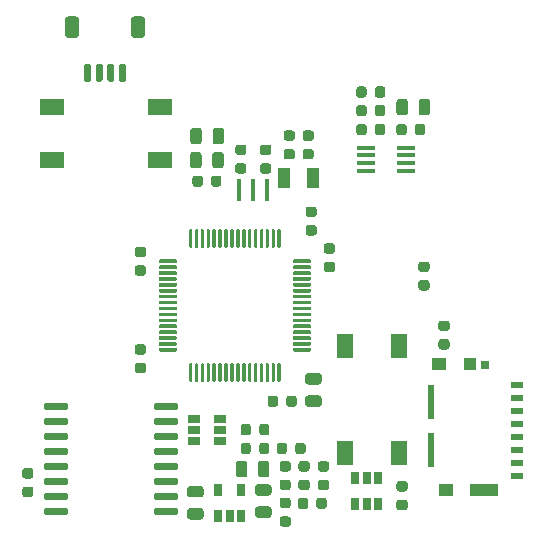
<source format=gtp>
%TF.GenerationSoftware,KiCad,Pcbnew,(5.1.6-0-10_14)*%
%TF.CreationDate,2021-04-22T17:40:41-07:00*%
%TF.ProjectId,BetsyBoardBig,42657473-7942-46f6-9172-644269672e6b,rev?*%
%TF.SameCoordinates,Original*%
%TF.FileFunction,Paste,Top*%
%TF.FilePolarity,Positive*%
%FSLAX46Y46*%
G04 Gerber Fmt 4.6, Leading zero omitted, Abs format (unit mm)*
G04 Created by KiCad (PCBNEW (5.1.6-0-10_14)) date 2021-04-22 17:40:41*
%MOMM*%
%LPD*%
G01*
G04 APERTURE LIST*
%ADD10R,0.550000X2.910000*%
%ADD11R,1.200000X1.050000*%
%ADD12R,1.080000X1.050000*%
%ADD13R,0.780000X0.720000*%
%ADD14R,2.390000X1.050000*%
%ADD15R,1.000000X0.500000*%
%ADD16R,2.100000X1.400000*%
%ADD17R,1.400000X2.100000*%
%ADD18R,1.600000X0.300000*%
%ADD19R,1.060000X0.650000*%
%ADD20R,0.650000X1.060000*%
%ADD21R,1.000000X1.800000*%
%ADD22R,0.400000X1.900000*%
G04 APERTURE END LIST*
D10*
%TO.C,J8*%
X136610000Y-83205000D03*
D11*
X137290000Y-79975000D03*
D12*
X139900000Y-79975000D03*
D13*
X141170000Y-80000000D03*
D10*
X136610000Y-87220000D03*
D11*
X137860000Y-90625000D03*
D14*
X141050000Y-90625000D03*
D15*
X143850000Y-89450000D03*
X143850000Y-88350000D03*
X143850000Y-87250000D03*
X143850000Y-86150000D03*
X143850000Y-85050000D03*
X143850000Y-83950000D03*
X143850000Y-82850000D03*
X143850000Y-81750000D03*
%TD*%
D16*
%TO.C,SW2*%
X104550000Y-58150000D03*
X104550000Y-62650000D03*
X113650000Y-58150000D03*
X113650000Y-62650000D03*
%TD*%
D17*
%TO.C,SW3*%
X129350000Y-87500000D03*
X133850000Y-87500000D03*
X129350000Y-78400000D03*
X133850000Y-78400000D03*
%TD*%
%TO.C,R9*%
G36*
G01*
X127756250Y-89050000D02*
X127243750Y-89050000D01*
G75*
G02*
X127025000Y-88831250I0J218750D01*
G01*
X127025000Y-88393750D01*
G75*
G02*
X127243750Y-88175000I218750J0D01*
G01*
X127756250Y-88175000D01*
G75*
G02*
X127975000Y-88393750I0J-218750D01*
G01*
X127975000Y-88831250D01*
G75*
G02*
X127756250Y-89050000I-218750J0D01*
G01*
G37*
G36*
G01*
X127756250Y-90625000D02*
X127243750Y-90625000D01*
G75*
G02*
X127025000Y-90406250I0J218750D01*
G01*
X127025000Y-89968750D01*
G75*
G02*
X127243750Y-89750000I218750J0D01*
G01*
X127756250Y-89750000D01*
G75*
G02*
X127975000Y-89968750I0J-218750D01*
G01*
X127975000Y-90406250D01*
G75*
G02*
X127756250Y-90625000I-218750J0D01*
G01*
G37*
%TD*%
%TO.C,R8*%
G36*
G01*
X134406250Y-90750000D02*
X133893750Y-90750000D01*
G75*
G02*
X133675000Y-90531250I0J218750D01*
G01*
X133675000Y-90093750D01*
G75*
G02*
X133893750Y-89875000I218750J0D01*
G01*
X134406250Y-89875000D01*
G75*
G02*
X134625000Y-90093750I0J-218750D01*
G01*
X134625000Y-90531250D01*
G75*
G02*
X134406250Y-90750000I-218750J0D01*
G01*
G37*
G36*
G01*
X134406250Y-92325000D02*
X133893750Y-92325000D01*
G75*
G02*
X133675000Y-92106250I0J218750D01*
G01*
X133675000Y-91668750D01*
G75*
G02*
X133893750Y-91450000I218750J0D01*
G01*
X134406250Y-91450000D01*
G75*
G02*
X134625000Y-91668750I0J-218750D01*
G01*
X134625000Y-92106250D01*
G75*
G02*
X134406250Y-92325000I-218750J0D01*
G01*
G37*
%TD*%
D18*
%TO.C,U3*%
X134500000Y-61625000D03*
X134500000Y-62275000D03*
X134500000Y-62925000D03*
X134500000Y-63575000D03*
X131100000Y-63575000D03*
X131100000Y-62925000D03*
X131100000Y-62275000D03*
X131100000Y-61625000D03*
%TD*%
%TO.C,R3*%
G36*
G01*
X134550000Y-59843750D02*
X134550000Y-60356250D01*
G75*
G02*
X134331250Y-60575000I-218750J0D01*
G01*
X133893750Y-60575000D01*
G75*
G02*
X133675000Y-60356250I0J218750D01*
G01*
X133675000Y-59843750D01*
G75*
G02*
X133893750Y-59625000I218750J0D01*
G01*
X134331250Y-59625000D01*
G75*
G02*
X134550000Y-59843750I0J-218750D01*
G01*
G37*
G36*
G01*
X136125000Y-59843750D02*
X136125000Y-60356250D01*
G75*
G02*
X135906250Y-60575000I-218750J0D01*
G01*
X135468750Y-60575000D01*
G75*
G02*
X135250000Y-60356250I0J218750D01*
G01*
X135250000Y-59843750D01*
G75*
G02*
X135468750Y-59625000I218750J0D01*
G01*
X135906250Y-59625000D01*
G75*
G02*
X136125000Y-59843750I0J-218750D01*
G01*
G37*
%TD*%
%TO.C,R2*%
G36*
G01*
X131150000Y-58243750D02*
X131150000Y-58756250D01*
G75*
G02*
X130931250Y-58975000I-218750J0D01*
G01*
X130493750Y-58975000D01*
G75*
G02*
X130275000Y-58756250I0J218750D01*
G01*
X130275000Y-58243750D01*
G75*
G02*
X130493750Y-58025000I218750J0D01*
G01*
X130931250Y-58025000D01*
G75*
G02*
X131150000Y-58243750I0J-218750D01*
G01*
G37*
G36*
G01*
X132725000Y-58243750D02*
X132725000Y-58756250D01*
G75*
G02*
X132506250Y-58975000I-218750J0D01*
G01*
X132068750Y-58975000D01*
G75*
G02*
X131850000Y-58756250I0J218750D01*
G01*
X131850000Y-58243750D01*
G75*
G02*
X132068750Y-58025000I218750J0D01*
G01*
X132506250Y-58025000D01*
G75*
G02*
X132725000Y-58243750I0J-218750D01*
G01*
G37*
%TD*%
%TO.C,R1*%
G36*
G01*
X131150000Y-56668750D02*
X131150000Y-57181250D01*
G75*
G02*
X130931250Y-57400000I-218750J0D01*
G01*
X130493750Y-57400000D01*
G75*
G02*
X130275000Y-57181250I0J218750D01*
G01*
X130275000Y-56668750D01*
G75*
G02*
X130493750Y-56450000I218750J0D01*
G01*
X130931250Y-56450000D01*
G75*
G02*
X131150000Y-56668750I0J-218750D01*
G01*
G37*
G36*
G01*
X132725000Y-56668750D02*
X132725000Y-57181250D01*
G75*
G02*
X132506250Y-57400000I-218750J0D01*
G01*
X132068750Y-57400000D01*
G75*
G02*
X131850000Y-57181250I0J218750D01*
G01*
X131850000Y-56668750D01*
G75*
G02*
X132068750Y-56450000I218750J0D01*
G01*
X132506250Y-56450000D01*
G75*
G02*
X132725000Y-56668750I0J-218750D01*
G01*
G37*
%TD*%
%TO.C,C12*%
G36*
G01*
X135550000Y-58656250D02*
X135550000Y-57743750D01*
G75*
G02*
X135793750Y-57500000I243750J0D01*
G01*
X136281250Y-57500000D01*
G75*
G02*
X136525000Y-57743750I0J-243750D01*
G01*
X136525000Y-58656250D01*
G75*
G02*
X136281250Y-58900000I-243750J0D01*
G01*
X135793750Y-58900000D01*
G75*
G02*
X135550000Y-58656250I0J243750D01*
G01*
G37*
G36*
G01*
X133675000Y-58656250D02*
X133675000Y-57743750D01*
G75*
G02*
X133918750Y-57500000I243750J0D01*
G01*
X134406250Y-57500000D01*
G75*
G02*
X134650000Y-57743750I0J-243750D01*
G01*
X134650000Y-58656250D01*
G75*
G02*
X134406250Y-58900000I-243750J0D01*
G01*
X133918750Y-58900000D01*
G75*
G02*
X133675000Y-58656250I0J243750D01*
G01*
G37*
%TD*%
%TO.C,C11*%
G36*
G01*
X131150000Y-59843750D02*
X131150000Y-60356250D01*
G75*
G02*
X130931250Y-60575000I-218750J0D01*
G01*
X130493750Y-60575000D01*
G75*
G02*
X130275000Y-60356250I0J218750D01*
G01*
X130275000Y-59843750D01*
G75*
G02*
X130493750Y-59625000I218750J0D01*
G01*
X130931250Y-59625000D01*
G75*
G02*
X131150000Y-59843750I0J-218750D01*
G01*
G37*
G36*
G01*
X132725000Y-59843750D02*
X132725000Y-60356250D01*
G75*
G02*
X132506250Y-60575000I-218750J0D01*
G01*
X132068750Y-60575000D01*
G75*
G02*
X131850000Y-60356250I0J218750D01*
G01*
X131850000Y-59843750D01*
G75*
G02*
X132068750Y-59625000I218750J0D01*
G01*
X132506250Y-59625000D01*
G75*
G02*
X132725000Y-59843750I0J-218750D01*
G01*
G37*
%TD*%
%TO.C,C3*%
G36*
G01*
X121050000Y-88393750D02*
X121050000Y-89306250D01*
G75*
G02*
X120806250Y-89550000I-243750J0D01*
G01*
X120318750Y-89550000D01*
G75*
G02*
X120075000Y-89306250I0J243750D01*
G01*
X120075000Y-88393750D01*
G75*
G02*
X120318750Y-88150000I243750J0D01*
G01*
X120806250Y-88150000D01*
G75*
G02*
X121050000Y-88393750I0J-243750D01*
G01*
G37*
G36*
G01*
X122925000Y-88393750D02*
X122925000Y-89306250D01*
G75*
G02*
X122681250Y-89550000I-243750J0D01*
G01*
X122193750Y-89550000D01*
G75*
G02*
X121950000Y-89306250I0J243750D01*
G01*
X121950000Y-88393750D01*
G75*
G02*
X122193750Y-88150000I243750J0D01*
G01*
X122681250Y-88150000D01*
G75*
G02*
X122925000Y-88393750I0J-243750D01*
G01*
G37*
%TD*%
%TO.C,C20*%
G36*
G01*
X102207350Y-90342200D02*
X102719850Y-90342200D01*
G75*
G02*
X102938600Y-90560950I0J-218750D01*
G01*
X102938600Y-90998450D01*
G75*
G02*
X102719850Y-91217200I-218750J0D01*
G01*
X102207350Y-91217200D01*
G75*
G02*
X101988600Y-90998450I0J218750D01*
G01*
X101988600Y-90560950D01*
G75*
G02*
X102207350Y-90342200I218750J0D01*
G01*
G37*
G36*
G01*
X102207350Y-88767200D02*
X102719850Y-88767200D01*
G75*
G02*
X102938600Y-88985950I0J-218750D01*
G01*
X102938600Y-89423450D01*
G75*
G02*
X102719850Y-89642200I-218750J0D01*
G01*
X102207350Y-89642200D01*
G75*
G02*
X101988600Y-89423450I0J218750D01*
G01*
X101988600Y-88985950D01*
G75*
G02*
X102207350Y-88767200I218750J0D01*
G01*
G37*
%TD*%
%TO.C,C5*%
G36*
G01*
X118077400Y-63143450D02*
X118077400Y-62230950D01*
G75*
G02*
X118321150Y-61987200I243750J0D01*
G01*
X118808650Y-61987200D01*
G75*
G02*
X119052400Y-62230950I0J-243750D01*
G01*
X119052400Y-63143450D01*
G75*
G02*
X118808650Y-63387200I-243750J0D01*
G01*
X118321150Y-63387200D01*
G75*
G02*
X118077400Y-63143450I0J243750D01*
G01*
G37*
G36*
G01*
X116202400Y-63143450D02*
X116202400Y-62230950D01*
G75*
G02*
X116446150Y-61987200I243750J0D01*
G01*
X116933650Y-61987200D01*
G75*
G02*
X117177400Y-62230950I0J-243750D01*
G01*
X117177400Y-63143450D01*
G75*
G02*
X116933650Y-63387200I-243750J0D01*
G01*
X116446150Y-63387200D01*
G75*
G02*
X116202400Y-63143450I0J243750D01*
G01*
G37*
%TD*%
D19*
%TO.C,U5*%
X116550000Y-85550000D03*
X116550000Y-86500000D03*
X116550000Y-84600000D03*
X118750000Y-84600000D03*
X118750000Y-85550000D03*
X118750000Y-86500000D03*
%TD*%
%TO.C,C8*%
G36*
G01*
X120756250Y-62250000D02*
X120243750Y-62250000D01*
G75*
G02*
X120025000Y-62031250I0J218750D01*
G01*
X120025000Y-61593750D01*
G75*
G02*
X120243750Y-61375000I218750J0D01*
G01*
X120756250Y-61375000D01*
G75*
G02*
X120975000Y-61593750I0J-218750D01*
G01*
X120975000Y-62031250D01*
G75*
G02*
X120756250Y-62250000I-218750J0D01*
G01*
G37*
G36*
G01*
X120756250Y-63825000D02*
X120243750Y-63825000D01*
G75*
G02*
X120025000Y-63606250I0J218750D01*
G01*
X120025000Y-63168750D01*
G75*
G02*
X120243750Y-62950000I218750J0D01*
G01*
X120756250Y-62950000D01*
G75*
G02*
X120975000Y-63168750I0J-218750D01*
G01*
X120975000Y-63606250D01*
G75*
G02*
X120756250Y-63825000I-218750J0D01*
G01*
G37*
%TD*%
%TO.C,C7*%
G36*
G01*
X122856250Y-62250000D02*
X122343750Y-62250000D01*
G75*
G02*
X122125000Y-62031250I0J218750D01*
G01*
X122125000Y-61593750D01*
G75*
G02*
X122343750Y-61375000I218750J0D01*
G01*
X122856250Y-61375000D01*
G75*
G02*
X123075000Y-61593750I0J-218750D01*
G01*
X123075000Y-62031250D01*
G75*
G02*
X122856250Y-62250000I-218750J0D01*
G01*
G37*
G36*
G01*
X122856250Y-63825000D02*
X122343750Y-63825000D01*
G75*
G02*
X122125000Y-63606250I0J218750D01*
G01*
X122125000Y-63168750D01*
G75*
G02*
X122343750Y-62950000I218750J0D01*
G01*
X122856250Y-62950000D01*
G75*
G02*
X123075000Y-63168750I0J-218750D01*
G01*
X123075000Y-63606250D01*
G75*
G02*
X122856250Y-63825000I-218750J0D01*
G01*
G37*
%TD*%
%TO.C,U4*%
G36*
G01*
X124975000Y-71100000D02*
X126375000Y-71100000D01*
G75*
G02*
X126450000Y-71175000I0J-75000D01*
G01*
X126450000Y-71325000D01*
G75*
G02*
X126375000Y-71400000I-75000J0D01*
G01*
X124975000Y-71400000D01*
G75*
G02*
X124900000Y-71325000I0J75000D01*
G01*
X124900000Y-71175000D01*
G75*
G02*
X124975000Y-71100000I75000J0D01*
G01*
G37*
G36*
G01*
X124975000Y-71600000D02*
X126375000Y-71600000D01*
G75*
G02*
X126450000Y-71675000I0J-75000D01*
G01*
X126450000Y-71825000D01*
G75*
G02*
X126375000Y-71900000I-75000J0D01*
G01*
X124975000Y-71900000D01*
G75*
G02*
X124900000Y-71825000I0J75000D01*
G01*
X124900000Y-71675000D01*
G75*
G02*
X124975000Y-71600000I75000J0D01*
G01*
G37*
G36*
G01*
X124975000Y-72100000D02*
X126375000Y-72100000D01*
G75*
G02*
X126450000Y-72175000I0J-75000D01*
G01*
X126450000Y-72325000D01*
G75*
G02*
X126375000Y-72400000I-75000J0D01*
G01*
X124975000Y-72400000D01*
G75*
G02*
X124900000Y-72325000I0J75000D01*
G01*
X124900000Y-72175000D01*
G75*
G02*
X124975000Y-72100000I75000J0D01*
G01*
G37*
G36*
G01*
X124975000Y-72600000D02*
X126375000Y-72600000D01*
G75*
G02*
X126450000Y-72675000I0J-75000D01*
G01*
X126450000Y-72825000D01*
G75*
G02*
X126375000Y-72900000I-75000J0D01*
G01*
X124975000Y-72900000D01*
G75*
G02*
X124900000Y-72825000I0J75000D01*
G01*
X124900000Y-72675000D01*
G75*
G02*
X124975000Y-72600000I75000J0D01*
G01*
G37*
G36*
G01*
X124975000Y-73100000D02*
X126375000Y-73100000D01*
G75*
G02*
X126450000Y-73175000I0J-75000D01*
G01*
X126450000Y-73325000D01*
G75*
G02*
X126375000Y-73400000I-75000J0D01*
G01*
X124975000Y-73400000D01*
G75*
G02*
X124900000Y-73325000I0J75000D01*
G01*
X124900000Y-73175000D01*
G75*
G02*
X124975000Y-73100000I75000J0D01*
G01*
G37*
G36*
G01*
X124975000Y-73600000D02*
X126375000Y-73600000D01*
G75*
G02*
X126450000Y-73675000I0J-75000D01*
G01*
X126450000Y-73825000D01*
G75*
G02*
X126375000Y-73900000I-75000J0D01*
G01*
X124975000Y-73900000D01*
G75*
G02*
X124900000Y-73825000I0J75000D01*
G01*
X124900000Y-73675000D01*
G75*
G02*
X124975000Y-73600000I75000J0D01*
G01*
G37*
G36*
G01*
X124975000Y-74100000D02*
X126375000Y-74100000D01*
G75*
G02*
X126450000Y-74175000I0J-75000D01*
G01*
X126450000Y-74325000D01*
G75*
G02*
X126375000Y-74400000I-75000J0D01*
G01*
X124975000Y-74400000D01*
G75*
G02*
X124900000Y-74325000I0J75000D01*
G01*
X124900000Y-74175000D01*
G75*
G02*
X124975000Y-74100000I75000J0D01*
G01*
G37*
G36*
G01*
X124975000Y-74600000D02*
X126375000Y-74600000D01*
G75*
G02*
X126450000Y-74675000I0J-75000D01*
G01*
X126450000Y-74825000D01*
G75*
G02*
X126375000Y-74900000I-75000J0D01*
G01*
X124975000Y-74900000D01*
G75*
G02*
X124900000Y-74825000I0J75000D01*
G01*
X124900000Y-74675000D01*
G75*
G02*
X124975000Y-74600000I75000J0D01*
G01*
G37*
G36*
G01*
X124975000Y-75100000D02*
X126375000Y-75100000D01*
G75*
G02*
X126450000Y-75175000I0J-75000D01*
G01*
X126450000Y-75325000D01*
G75*
G02*
X126375000Y-75400000I-75000J0D01*
G01*
X124975000Y-75400000D01*
G75*
G02*
X124900000Y-75325000I0J75000D01*
G01*
X124900000Y-75175000D01*
G75*
G02*
X124975000Y-75100000I75000J0D01*
G01*
G37*
G36*
G01*
X124975000Y-75600000D02*
X126375000Y-75600000D01*
G75*
G02*
X126450000Y-75675000I0J-75000D01*
G01*
X126450000Y-75825000D01*
G75*
G02*
X126375000Y-75900000I-75000J0D01*
G01*
X124975000Y-75900000D01*
G75*
G02*
X124900000Y-75825000I0J75000D01*
G01*
X124900000Y-75675000D01*
G75*
G02*
X124975000Y-75600000I75000J0D01*
G01*
G37*
G36*
G01*
X124975000Y-76100000D02*
X126375000Y-76100000D01*
G75*
G02*
X126450000Y-76175000I0J-75000D01*
G01*
X126450000Y-76325000D01*
G75*
G02*
X126375000Y-76400000I-75000J0D01*
G01*
X124975000Y-76400000D01*
G75*
G02*
X124900000Y-76325000I0J75000D01*
G01*
X124900000Y-76175000D01*
G75*
G02*
X124975000Y-76100000I75000J0D01*
G01*
G37*
G36*
G01*
X124975000Y-76600000D02*
X126375000Y-76600000D01*
G75*
G02*
X126450000Y-76675000I0J-75000D01*
G01*
X126450000Y-76825000D01*
G75*
G02*
X126375000Y-76900000I-75000J0D01*
G01*
X124975000Y-76900000D01*
G75*
G02*
X124900000Y-76825000I0J75000D01*
G01*
X124900000Y-76675000D01*
G75*
G02*
X124975000Y-76600000I75000J0D01*
G01*
G37*
G36*
G01*
X124975000Y-77100000D02*
X126375000Y-77100000D01*
G75*
G02*
X126450000Y-77175000I0J-75000D01*
G01*
X126450000Y-77325000D01*
G75*
G02*
X126375000Y-77400000I-75000J0D01*
G01*
X124975000Y-77400000D01*
G75*
G02*
X124900000Y-77325000I0J75000D01*
G01*
X124900000Y-77175000D01*
G75*
G02*
X124975000Y-77100000I75000J0D01*
G01*
G37*
G36*
G01*
X124975000Y-77600000D02*
X126375000Y-77600000D01*
G75*
G02*
X126450000Y-77675000I0J-75000D01*
G01*
X126450000Y-77825000D01*
G75*
G02*
X126375000Y-77900000I-75000J0D01*
G01*
X124975000Y-77900000D01*
G75*
G02*
X124900000Y-77825000I0J75000D01*
G01*
X124900000Y-77675000D01*
G75*
G02*
X124975000Y-77600000I75000J0D01*
G01*
G37*
G36*
G01*
X124975000Y-78100000D02*
X126375000Y-78100000D01*
G75*
G02*
X126450000Y-78175000I0J-75000D01*
G01*
X126450000Y-78325000D01*
G75*
G02*
X126375000Y-78400000I-75000J0D01*
G01*
X124975000Y-78400000D01*
G75*
G02*
X124900000Y-78325000I0J75000D01*
G01*
X124900000Y-78175000D01*
G75*
G02*
X124975000Y-78100000I75000J0D01*
G01*
G37*
G36*
G01*
X124975000Y-78600000D02*
X126375000Y-78600000D01*
G75*
G02*
X126450000Y-78675000I0J-75000D01*
G01*
X126450000Y-78825000D01*
G75*
G02*
X126375000Y-78900000I-75000J0D01*
G01*
X124975000Y-78900000D01*
G75*
G02*
X124900000Y-78825000I0J75000D01*
G01*
X124900000Y-78675000D01*
G75*
G02*
X124975000Y-78600000I75000J0D01*
G01*
G37*
G36*
G01*
X123675000Y-79900000D02*
X123825000Y-79900000D01*
G75*
G02*
X123900000Y-79975000I0J-75000D01*
G01*
X123900000Y-81375000D01*
G75*
G02*
X123825000Y-81450000I-75000J0D01*
G01*
X123675000Y-81450000D01*
G75*
G02*
X123600000Y-81375000I0J75000D01*
G01*
X123600000Y-79975000D01*
G75*
G02*
X123675000Y-79900000I75000J0D01*
G01*
G37*
G36*
G01*
X123175000Y-79900000D02*
X123325000Y-79900000D01*
G75*
G02*
X123400000Y-79975000I0J-75000D01*
G01*
X123400000Y-81375000D01*
G75*
G02*
X123325000Y-81450000I-75000J0D01*
G01*
X123175000Y-81450000D01*
G75*
G02*
X123100000Y-81375000I0J75000D01*
G01*
X123100000Y-79975000D01*
G75*
G02*
X123175000Y-79900000I75000J0D01*
G01*
G37*
G36*
G01*
X122675000Y-79900000D02*
X122825000Y-79900000D01*
G75*
G02*
X122900000Y-79975000I0J-75000D01*
G01*
X122900000Y-81375000D01*
G75*
G02*
X122825000Y-81450000I-75000J0D01*
G01*
X122675000Y-81450000D01*
G75*
G02*
X122600000Y-81375000I0J75000D01*
G01*
X122600000Y-79975000D01*
G75*
G02*
X122675000Y-79900000I75000J0D01*
G01*
G37*
G36*
G01*
X122175000Y-79900000D02*
X122325000Y-79900000D01*
G75*
G02*
X122400000Y-79975000I0J-75000D01*
G01*
X122400000Y-81375000D01*
G75*
G02*
X122325000Y-81450000I-75000J0D01*
G01*
X122175000Y-81450000D01*
G75*
G02*
X122100000Y-81375000I0J75000D01*
G01*
X122100000Y-79975000D01*
G75*
G02*
X122175000Y-79900000I75000J0D01*
G01*
G37*
G36*
G01*
X121675000Y-79900000D02*
X121825000Y-79900000D01*
G75*
G02*
X121900000Y-79975000I0J-75000D01*
G01*
X121900000Y-81375000D01*
G75*
G02*
X121825000Y-81450000I-75000J0D01*
G01*
X121675000Y-81450000D01*
G75*
G02*
X121600000Y-81375000I0J75000D01*
G01*
X121600000Y-79975000D01*
G75*
G02*
X121675000Y-79900000I75000J0D01*
G01*
G37*
G36*
G01*
X121175000Y-79900000D02*
X121325000Y-79900000D01*
G75*
G02*
X121400000Y-79975000I0J-75000D01*
G01*
X121400000Y-81375000D01*
G75*
G02*
X121325000Y-81450000I-75000J0D01*
G01*
X121175000Y-81450000D01*
G75*
G02*
X121100000Y-81375000I0J75000D01*
G01*
X121100000Y-79975000D01*
G75*
G02*
X121175000Y-79900000I75000J0D01*
G01*
G37*
G36*
G01*
X120675000Y-79900000D02*
X120825000Y-79900000D01*
G75*
G02*
X120900000Y-79975000I0J-75000D01*
G01*
X120900000Y-81375000D01*
G75*
G02*
X120825000Y-81450000I-75000J0D01*
G01*
X120675000Y-81450000D01*
G75*
G02*
X120600000Y-81375000I0J75000D01*
G01*
X120600000Y-79975000D01*
G75*
G02*
X120675000Y-79900000I75000J0D01*
G01*
G37*
G36*
G01*
X120175000Y-79900000D02*
X120325000Y-79900000D01*
G75*
G02*
X120400000Y-79975000I0J-75000D01*
G01*
X120400000Y-81375000D01*
G75*
G02*
X120325000Y-81450000I-75000J0D01*
G01*
X120175000Y-81450000D01*
G75*
G02*
X120100000Y-81375000I0J75000D01*
G01*
X120100000Y-79975000D01*
G75*
G02*
X120175000Y-79900000I75000J0D01*
G01*
G37*
G36*
G01*
X119675000Y-79900000D02*
X119825000Y-79900000D01*
G75*
G02*
X119900000Y-79975000I0J-75000D01*
G01*
X119900000Y-81375000D01*
G75*
G02*
X119825000Y-81450000I-75000J0D01*
G01*
X119675000Y-81450000D01*
G75*
G02*
X119600000Y-81375000I0J75000D01*
G01*
X119600000Y-79975000D01*
G75*
G02*
X119675000Y-79900000I75000J0D01*
G01*
G37*
G36*
G01*
X119175000Y-79900000D02*
X119325000Y-79900000D01*
G75*
G02*
X119400000Y-79975000I0J-75000D01*
G01*
X119400000Y-81375000D01*
G75*
G02*
X119325000Y-81450000I-75000J0D01*
G01*
X119175000Y-81450000D01*
G75*
G02*
X119100000Y-81375000I0J75000D01*
G01*
X119100000Y-79975000D01*
G75*
G02*
X119175000Y-79900000I75000J0D01*
G01*
G37*
G36*
G01*
X118675000Y-79900000D02*
X118825000Y-79900000D01*
G75*
G02*
X118900000Y-79975000I0J-75000D01*
G01*
X118900000Y-81375000D01*
G75*
G02*
X118825000Y-81450000I-75000J0D01*
G01*
X118675000Y-81450000D01*
G75*
G02*
X118600000Y-81375000I0J75000D01*
G01*
X118600000Y-79975000D01*
G75*
G02*
X118675000Y-79900000I75000J0D01*
G01*
G37*
G36*
G01*
X118175000Y-79900000D02*
X118325000Y-79900000D01*
G75*
G02*
X118400000Y-79975000I0J-75000D01*
G01*
X118400000Y-81375000D01*
G75*
G02*
X118325000Y-81450000I-75000J0D01*
G01*
X118175000Y-81450000D01*
G75*
G02*
X118100000Y-81375000I0J75000D01*
G01*
X118100000Y-79975000D01*
G75*
G02*
X118175000Y-79900000I75000J0D01*
G01*
G37*
G36*
G01*
X117675000Y-79900000D02*
X117825000Y-79900000D01*
G75*
G02*
X117900000Y-79975000I0J-75000D01*
G01*
X117900000Y-81375000D01*
G75*
G02*
X117825000Y-81450000I-75000J0D01*
G01*
X117675000Y-81450000D01*
G75*
G02*
X117600000Y-81375000I0J75000D01*
G01*
X117600000Y-79975000D01*
G75*
G02*
X117675000Y-79900000I75000J0D01*
G01*
G37*
G36*
G01*
X117175000Y-79900000D02*
X117325000Y-79900000D01*
G75*
G02*
X117400000Y-79975000I0J-75000D01*
G01*
X117400000Y-81375000D01*
G75*
G02*
X117325000Y-81450000I-75000J0D01*
G01*
X117175000Y-81450000D01*
G75*
G02*
X117100000Y-81375000I0J75000D01*
G01*
X117100000Y-79975000D01*
G75*
G02*
X117175000Y-79900000I75000J0D01*
G01*
G37*
G36*
G01*
X116675000Y-79900000D02*
X116825000Y-79900000D01*
G75*
G02*
X116900000Y-79975000I0J-75000D01*
G01*
X116900000Y-81375000D01*
G75*
G02*
X116825000Y-81450000I-75000J0D01*
G01*
X116675000Y-81450000D01*
G75*
G02*
X116600000Y-81375000I0J75000D01*
G01*
X116600000Y-79975000D01*
G75*
G02*
X116675000Y-79900000I75000J0D01*
G01*
G37*
G36*
G01*
X116175000Y-79900000D02*
X116325000Y-79900000D01*
G75*
G02*
X116400000Y-79975000I0J-75000D01*
G01*
X116400000Y-81375000D01*
G75*
G02*
X116325000Y-81450000I-75000J0D01*
G01*
X116175000Y-81450000D01*
G75*
G02*
X116100000Y-81375000I0J75000D01*
G01*
X116100000Y-79975000D01*
G75*
G02*
X116175000Y-79900000I75000J0D01*
G01*
G37*
G36*
G01*
X113625000Y-78600000D02*
X115025000Y-78600000D01*
G75*
G02*
X115100000Y-78675000I0J-75000D01*
G01*
X115100000Y-78825000D01*
G75*
G02*
X115025000Y-78900000I-75000J0D01*
G01*
X113625000Y-78900000D01*
G75*
G02*
X113550000Y-78825000I0J75000D01*
G01*
X113550000Y-78675000D01*
G75*
G02*
X113625000Y-78600000I75000J0D01*
G01*
G37*
G36*
G01*
X113625000Y-78100000D02*
X115025000Y-78100000D01*
G75*
G02*
X115100000Y-78175000I0J-75000D01*
G01*
X115100000Y-78325000D01*
G75*
G02*
X115025000Y-78400000I-75000J0D01*
G01*
X113625000Y-78400000D01*
G75*
G02*
X113550000Y-78325000I0J75000D01*
G01*
X113550000Y-78175000D01*
G75*
G02*
X113625000Y-78100000I75000J0D01*
G01*
G37*
G36*
G01*
X113625000Y-77600000D02*
X115025000Y-77600000D01*
G75*
G02*
X115100000Y-77675000I0J-75000D01*
G01*
X115100000Y-77825000D01*
G75*
G02*
X115025000Y-77900000I-75000J0D01*
G01*
X113625000Y-77900000D01*
G75*
G02*
X113550000Y-77825000I0J75000D01*
G01*
X113550000Y-77675000D01*
G75*
G02*
X113625000Y-77600000I75000J0D01*
G01*
G37*
G36*
G01*
X113625000Y-77100000D02*
X115025000Y-77100000D01*
G75*
G02*
X115100000Y-77175000I0J-75000D01*
G01*
X115100000Y-77325000D01*
G75*
G02*
X115025000Y-77400000I-75000J0D01*
G01*
X113625000Y-77400000D01*
G75*
G02*
X113550000Y-77325000I0J75000D01*
G01*
X113550000Y-77175000D01*
G75*
G02*
X113625000Y-77100000I75000J0D01*
G01*
G37*
G36*
G01*
X113625000Y-76600000D02*
X115025000Y-76600000D01*
G75*
G02*
X115100000Y-76675000I0J-75000D01*
G01*
X115100000Y-76825000D01*
G75*
G02*
X115025000Y-76900000I-75000J0D01*
G01*
X113625000Y-76900000D01*
G75*
G02*
X113550000Y-76825000I0J75000D01*
G01*
X113550000Y-76675000D01*
G75*
G02*
X113625000Y-76600000I75000J0D01*
G01*
G37*
G36*
G01*
X113625000Y-76100000D02*
X115025000Y-76100000D01*
G75*
G02*
X115100000Y-76175000I0J-75000D01*
G01*
X115100000Y-76325000D01*
G75*
G02*
X115025000Y-76400000I-75000J0D01*
G01*
X113625000Y-76400000D01*
G75*
G02*
X113550000Y-76325000I0J75000D01*
G01*
X113550000Y-76175000D01*
G75*
G02*
X113625000Y-76100000I75000J0D01*
G01*
G37*
G36*
G01*
X113625000Y-75600000D02*
X115025000Y-75600000D01*
G75*
G02*
X115100000Y-75675000I0J-75000D01*
G01*
X115100000Y-75825000D01*
G75*
G02*
X115025000Y-75900000I-75000J0D01*
G01*
X113625000Y-75900000D01*
G75*
G02*
X113550000Y-75825000I0J75000D01*
G01*
X113550000Y-75675000D01*
G75*
G02*
X113625000Y-75600000I75000J0D01*
G01*
G37*
G36*
G01*
X113625000Y-75100000D02*
X115025000Y-75100000D01*
G75*
G02*
X115100000Y-75175000I0J-75000D01*
G01*
X115100000Y-75325000D01*
G75*
G02*
X115025000Y-75400000I-75000J0D01*
G01*
X113625000Y-75400000D01*
G75*
G02*
X113550000Y-75325000I0J75000D01*
G01*
X113550000Y-75175000D01*
G75*
G02*
X113625000Y-75100000I75000J0D01*
G01*
G37*
G36*
G01*
X113625000Y-74600000D02*
X115025000Y-74600000D01*
G75*
G02*
X115100000Y-74675000I0J-75000D01*
G01*
X115100000Y-74825000D01*
G75*
G02*
X115025000Y-74900000I-75000J0D01*
G01*
X113625000Y-74900000D01*
G75*
G02*
X113550000Y-74825000I0J75000D01*
G01*
X113550000Y-74675000D01*
G75*
G02*
X113625000Y-74600000I75000J0D01*
G01*
G37*
G36*
G01*
X113625000Y-74100000D02*
X115025000Y-74100000D01*
G75*
G02*
X115100000Y-74175000I0J-75000D01*
G01*
X115100000Y-74325000D01*
G75*
G02*
X115025000Y-74400000I-75000J0D01*
G01*
X113625000Y-74400000D01*
G75*
G02*
X113550000Y-74325000I0J75000D01*
G01*
X113550000Y-74175000D01*
G75*
G02*
X113625000Y-74100000I75000J0D01*
G01*
G37*
G36*
G01*
X113625000Y-73600000D02*
X115025000Y-73600000D01*
G75*
G02*
X115100000Y-73675000I0J-75000D01*
G01*
X115100000Y-73825000D01*
G75*
G02*
X115025000Y-73900000I-75000J0D01*
G01*
X113625000Y-73900000D01*
G75*
G02*
X113550000Y-73825000I0J75000D01*
G01*
X113550000Y-73675000D01*
G75*
G02*
X113625000Y-73600000I75000J0D01*
G01*
G37*
G36*
G01*
X113625000Y-73100000D02*
X115025000Y-73100000D01*
G75*
G02*
X115100000Y-73175000I0J-75000D01*
G01*
X115100000Y-73325000D01*
G75*
G02*
X115025000Y-73400000I-75000J0D01*
G01*
X113625000Y-73400000D01*
G75*
G02*
X113550000Y-73325000I0J75000D01*
G01*
X113550000Y-73175000D01*
G75*
G02*
X113625000Y-73100000I75000J0D01*
G01*
G37*
G36*
G01*
X113625000Y-72600000D02*
X115025000Y-72600000D01*
G75*
G02*
X115100000Y-72675000I0J-75000D01*
G01*
X115100000Y-72825000D01*
G75*
G02*
X115025000Y-72900000I-75000J0D01*
G01*
X113625000Y-72900000D01*
G75*
G02*
X113550000Y-72825000I0J75000D01*
G01*
X113550000Y-72675000D01*
G75*
G02*
X113625000Y-72600000I75000J0D01*
G01*
G37*
G36*
G01*
X113625000Y-72100000D02*
X115025000Y-72100000D01*
G75*
G02*
X115100000Y-72175000I0J-75000D01*
G01*
X115100000Y-72325000D01*
G75*
G02*
X115025000Y-72400000I-75000J0D01*
G01*
X113625000Y-72400000D01*
G75*
G02*
X113550000Y-72325000I0J75000D01*
G01*
X113550000Y-72175000D01*
G75*
G02*
X113625000Y-72100000I75000J0D01*
G01*
G37*
G36*
G01*
X113625000Y-71600000D02*
X115025000Y-71600000D01*
G75*
G02*
X115100000Y-71675000I0J-75000D01*
G01*
X115100000Y-71825000D01*
G75*
G02*
X115025000Y-71900000I-75000J0D01*
G01*
X113625000Y-71900000D01*
G75*
G02*
X113550000Y-71825000I0J75000D01*
G01*
X113550000Y-71675000D01*
G75*
G02*
X113625000Y-71600000I75000J0D01*
G01*
G37*
G36*
G01*
X113625000Y-71100000D02*
X115025000Y-71100000D01*
G75*
G02*
X115100000Y-71175000I0J-75000D01*
G01*
X115100000Y-71325000D01*
G75*
G02*
X115025000Y-71400000I-75000J0D01*
G01*
X113625000Y-71400000D01*
G75*
G02*
X113550000Y-71325000I0J75000D01*
G01*
X113550000Y-71175000D01*
G75*
G02*
X113625000Y-71100000I75000J0D01*
G01*
G37*
G36*
G01*
X116175000Y-68550000D02*
X116325000Y-68550000D01*
G75*
G02*
X116400000Y-68625000I0J-75000D01*
G01*
X116400000Y-70025000D01*
G75*
G02*
X116325000Y-70100000I-75000J0D01*
G01*
X116175000Y-70100000D01*
G75*
G02*
X116100000Y-70025000I0J75000D01*
G01*
X116100000Y-68625000D01*
G75*
G02*
X116175000Y-68550000I75000J0D01*
G01*
G37*
G36*
G01*
X116675000Y-68550000D02*
X116825000Y-68550000D01*
G75*
G02*
X116900000Y-68625000I0J-75000D01*
G01*
X116900000Y-70025000D01*
G75*
G02*
X116825000Y-70100000I-75000J0D01*
G01*
X116675000Y-70100000D01*
G75*
G02*
X116600000Y-70025000I0J75000D01*
G01*
X116600000Y-68625000D01*
G75*
G02*
X116675000Y-68550000I75000J0D01*
G01*
G37*
G36*
G01*
X117175000Y-68550000D02*
X117325000Y-68550000D01*
G75*
G02*
X117400000Y-68625000I0J-75000D01*
G01*
X117400000Y-70025000D01*
G75*
G02*
X117325000Y-70100000I-75000J0D01*
G01*
X117175000Y-70100000D01*
G75*
G02*
X117100000Y-70025000I0J75000D01*
G01*
X117100000Y-68625000D01*
G75*
G02*
X117175000Y-68550000I75000J0D01*
G01*
G37*
G36*
G01*
X117675000Y-68550000D02*
X117825000Y-68550000D01*
G75*
G02*
X117900000Y-68625000I0J-75000D01*
G01*
X117900000Y-70025000D01*
G75*
G02*
X117825000Y-70100000I-75000J0D01*
G01*
X117675000Y-70100000D01*
G75*
G02*
X117600000Y-70025000I0J75000D01*
G01*
X117600000Y-68625000D01*
G75*
G02*
X117675000Y-68550000I75000J0D01*
G01*
G37*
G36*
G01*
X118175000Y-68550000D02*
X118325000Y-68550000D01*
G75*
G02*
X118400000Y-68625000I0J-75000D01*
G01*
X118400000Y-70025000D01*
G75*
G02*
X118325000Y-70100000I-75000J0D01*
G01*
X118175000Y-70100000D01*
G75*
G02*
X118100000Y-70025000I0J75000D01*
G01*
X118100000Y-68625000D01*
G75*
G02*
X118175000Y-68550000I75000J0D01*
G01*
G37*
G36*
G01*
X118675000Y-68550000D02*
X118825000Y-68550000D01*
G75*
G02*
X118900000Y-68625000I0J-75000D01*
G01*
X118900000Y-70025000D01*
G75*
G02*
X118825000Y-70100000I-75000J0D01*
G01*
X118675000Y-70100000D01*
G75*
G02*
X118600000Y-70025000I0J75000D01*
G01*
X118600000Y-68625000D01*
G75*
G02*
X118675000Y-68550000I75000J0D01*
G01*
G37*
G36*
G01*
X119175000Y-68550000D02*
X119325000Y-68550000D01*
G75*
G02*
X119400000Y-68625000I0J-75000D01*
G01*
X119400000Y-70025000D01*
G75*
G02*
X119325000Y-70100000I-75000J0D01*
G01*
X119175000Y-70100000D01*
G75*
G02*
X119100000Y-70025000I0J75000D01*
G01*
X119100000Y-68625000D01*
G75*
G02*
X119175000Y-68550000I75000J0D01*
G01*
G37*
G36*
G01*
X119675000Y-68550000D02*
X119825000Y-68550000D01*
G75*
G02*
X119900000Y-68625000I0J-75000D01*
G01*
X119900000Y-70025000D01*
G75*
G02*
X119825000Y-70100000I-75000J0D01*
G01*
X119675000Y-70100000D01*
G75*
G02*
X119600000Y-70025000I0J75000D01*
G01*
X119600000Y-68625000D01*
G75*
G02*
X119675000Y-68550000I75000J0D01*
G01*
G37*
G36*
G01*
X120175000Y-68550000D02*
X120325000Y-68550000D01*
G75*
G02*
X120400000Y-68625000I0J-75000D01*
G01*
X120400000Y-70025000D01*
G75*
G02*
X120325000Y-70100000I-75000J0D01*
G01*
X120175000Y-70100000D01*
G75*
G02*
X120100000Y-70025000I0J75000D01*
G01*
X120100000Y-68625000D01*
G75*
G02*
X120175000Y-68550000I75000J0D01*
G01*
G37*
G36*
G01*
X120675000Y-68550000D02*
X120825000Y-68550000D01*
G75*
G02*
X120900000Y-68625000I0J-75000D01*
G01*
X120900000Y-70025000D01*
G75*
G02*
X120825000Y-70100000I-75000J0D01*
G01*
X120675000Y-70100000D01*
G75*
G02*
X120600000Y-70025000I0J75000D01*
G01*
X120600000Y-68625000D01*
G75*
G02*
X120675000Y-68550000I75000J0D01*
G01*
G37*
G36*
G01*
X121175000Y-68550000D02*
X121325000Y-68550000D01*
G75*
G02*
X121400000Y-68625000I0J-75000D01*
G01*
X121400000Y-70025000D01*
G75*
G02*
X121325000Y-70100000I-75000J0D01*
G01*
X121175000Y-70100000D01*
G75*
G02*
X121100000Y-70025000I0J75000D01*
G01*
X121100000Y-68625000D01*
G75*
G02*
X121175000Y-68550000I75000J0D01*
G01*
G37*
G36*
G01*
X121675000Y-68550000D02*
X121825000Y-68550000D01*
G75*
G02*
X121900000Y-68625000I0J-75000D01*
G01*
X121900000Y-70025000D01*
G75*
G02*
X121825000Y-70100000I-75000J0D01*
G01*
X121675000Y-70100000D01*
G75*
G02*
X121600000Y-70025000I0J75000D01*
G01*
X121600000Y-68625000D01*
G75*
G02*
X121675000Y-68550000I75000J0D01*
G01*
G37*
G36*
G01*
X122175000Y-68550000D02*
X122325000Y-68550000D01*
G75*
G02*
X122400000Y-68625000I0J-75000D01*
G01*
X122400000Y-70025000D01*
G75*
G02*
X122325000Y-70100000I-75000J0D01*
G01*
X122175000Y-70100000D01*
G75*
G02*
X122100000Y-70025000I0J75000D01*
G01*
X122100000Y-68625000D01*
G75*
G02*
X122175000Y-68550000I75000J0D01*
G01*
G37*
G36*
G01*
X122675000Y-68550000D02*
X122825000Y-68550000D01*
G75*
G02*
X122900000Y-68625000I0J-75000D01*
G01*
X122900000Y-70025000D01*
G75*
G02*
X122825000Y-70100000I-75000J0D01*
G01*
X122675000Y-70100000D01*
G75*
G02*
X122600000Y-70025000I0J75000D01*
G01*
X122600000Y-68625000D01*
G75*
G02*
X122675000Y-68550000I75000J0D01*
G01*
G37*
G36*
G01*
X123175000Y-68550000D02*
X123325000Y-68550000D01*
G75*
G02*
X123400000Y-68625000I0J-75000D01*
G01*
X123400000Y-70025000D01*
G75*
G02*
X123325000Y-70100000I-75000J0D01*
G01*
X123175000Y-70100000D01*
G75*
G02*
X123100000Y-70025000I0J75000D01*
G01*
X123100000Y-68625000D01*
G75*
G02*
X123175000Y-68550000I75000J0D01*
G01*
G37*
G36*
G01*
X123675000Y-68550000D02*
X123825000Y-68550000D01*
G75*
G02*
X123900000Y-68625000I0J-75000D01*
G01*
X123900000Y-70025000D01*
G75*
G02*
X123825000Y-70100000I-75000J0D01*
G01*
X123675000Y-70100000D01*
G75*
G02*
X123600000Y-70025000I0J75000D01*
G01*
X123600000Y-68625000D01*
G75*
G02*
X123675000Y-68550000I75000J0D01*
G01*
G37*
%TD*%
%TO.C,R4*%
G36*
G01*
X122050000Y-87356250D02*
X122050000Y-86843750D01*
G75*
G02*
X122268750Y-86625000I218750J0D01*
G01*
X122706250Y-86625000D01*
G75*
G02*
X122925000Y-86843750I0J-218750D01*
G01*
X122925000Y-87356250D01*
G75*
G02*
X122706250Y-87575000I-218750J0D01*
G01*
X122268750Y-87575000D01*
G75*
G02*
X122050000Y-87356250I0J218750D01*
G01*
G37*
G36*
G01*
X120475000Y-87356250D02*
X120475000Y-86843750D01*
G75*
G02*
X120693750Y-86625000I218750J0D01*
G01*
X121131250Y-86625000D01*
G75*
G02*
X121350000Y-86843750I0J-218750D01*
G01*
X121350000Y-87356250D01*
G75*
G02*
X121131250Y-87575000I-218750J0D01*
G01*
X120693750Y-87575000D01*
G75*
G02*
X120475000Y-87356250I0J218750D01*
G01*
G37*
%TD*%
%TO.C,R5*%
G36*
G01*
X122050000Y-85756250D02*
X122050000Y-85243750D01*
G75*
G02*
X122268750Y-85025000I218750J0D01*
G01*
X122706250Y-85025000D01*
G75*
G02*
X122925000Y-85243750I0J-218750D01*
G01*
X122925000Y-85756250D01*
G75*
G02*
X122706250Y-85975000I-218750J0D01*
G01*
X122268750Y-85975000D01*
G75*
G02*
X122050000Y-85756250I0J218750D01*
G01*
G37*
G36*
G01*
X120475000Y-85756250D02*
X120475000Y-85243750D01*
G75*
G02*
X120693750Y-85025000I218750J0D01*
G01*
X121131250Y-85025000D01*
G75*
G02*
X121350000Y-85243750I0J-218750D01*
G01*
X121350000Y-85756250D01*
G75*
G02*
X121131250Y-85975000I-218750J0D01*
G01*
X120693750Y-85975000D01*
G75*
G02*
X120475000Y-85756250I0J218750D01*
G01*
G37*
%TD*%
%TO.C,J5*%
G36*
G01*
X106800000Y-50774999D02*
X106800000Y-52075001D01*
G75*
G02*
X106550001Y-52325000I-249999J0D01*
G01*
X105849999Y-52325000D01*
G75*
G02*
X105600000Y-52075001I0J249999D01*
G01*
X105600000Y-50774999D01*
G75*
G02*
X105849999Y-50525000I249999J0D01*
G01*
X106550001Y-50525000D01*
G75*
G02*
X106800000Y-50774999I0J-249999D01*
G01*
G37*
G36*
G01*
X112400000Y-50774999D02*
X112400000Y-52075001D01*
G75*
G02*
X112150001Y-52325000I-249999J0D01*
G01*
X111449999Y-52325000D01*
G75*
G02*
X111200000Y-52075001I0J249999D01*
G01*
X111200000Y-50774999D01*
G75*
G02*
X111449999Y-50525000I249999J0D01*
G01*
X112150001Y-50525000D01*
G75*
G02*
X112400000Y-50774999I0J-249999D01*
G01*
G37*
G36*
G01*
X107800000Y-54675000D02*
X107800000Y-55925000D01*
G75*
G02*
X107650000Y-56075000I-150000J0D01*
G01*
X107350000Y-56075000D01*
G75*
G02*
X107200000Y-55925000I0J150000D01*
G01*
X107200000Y-54675000D01*
G75*
G02*
X107350000Y-54525000I150000J0D01*
G01*
X107650000Y-54525000D01*
G75*
G02*
X107800000Y-54675000I0J-150000D01*
G01*
G37*
G36*
G01*
X108800000Y-54675000D02*
X108800000Y-55925000D01*
G75*
G02*
X108650000Y-56075000I-150000J0D01*
G01*
X108350000Y-56075000D01*
G75*
G02*
X108200000Y-55925000I0J150000D01*
G01*
X108200000Y-54675000D01*
G75*
G02*
X108350000Y-54525000I150000J0D01*
G01*
X108650000Y-54525000D01*
G75*
G02*
X108800000Y-54675000I0J-150000D01*
G01*
G37*
G36*
G01*
X109800000Y-54675000D02*
X109800000Y-55925000D01*
G75*
G02*
X109650000Y-56075000I-150000J0D01*
G01*
X109350000Y-56075000D01*
G75*
G02*
X109200000Y-55925000I0J150000D01*
G01*
X109200000Y-54675000D01*
G75*
G02*
X109350000Y-54525000I150000J0D01*
G01*
X109650000Y-54525000D01*
G75*
G02*
X109800000Y-54675000I0J-150000D01*
G01*
G37*
G36*
G01*
X110800000Y-54675000D02*
X110800000Y-55925000D01*
G75*
G02*
X110650000Y-56075000I-150000J0D01*
G01*
X110350000Y-56075000D01*
G75*
G02*
X110200000Y-55925000I0J150000D01*
G01*
X110200000Y-54675000D01*
G75*
G02*
X110350000Y-54525000I150000J0D01*
G01*
X110650000Y-54525000D01*
G75*
G02*
X110800000Y-54675000I0J-150000D01*
G01*
G37*
%TD*%
%TO.C,C13*%
G36*
G01*
X125100000Y-87356250D02*
X125100000Y-86843750D01*
G75*
G02*
X125318750Y-86625000I218750J0D01*
G01*
X125756250Y-86625000D01*
G75*
G02*
X125975000Y-86843750I0J-218750D01*
G01*
X125975000Y-87356250D01*
G75*
G02*
X125756250Y-87575000I-218750J0D01*
G01*
X125318750Y-87575000D01*
G75*
G02*
X125100000Y-87356250I0J218750D01*
G01*
G37*
G36*
G01*
X123525000Y-87356250D02*
X123525000Y-86843750D01*
G75*
G02*
X123743750Y-86625000I218750J0D01*
G01*
X124181250Y-86625000D01*
G75*
G02*
X124400000Y-86843750I0J-218750D01*
G01*
X124400000Y-87356250D01*
G75*
G02*
X124181250Y-87575000I-218750J0D01*
G01*
X123743750Y-87575000D01*
G75*
G02*
X123525000Y-87356250I0J218750D01*
G01*
G37*
%TD*%
%TO.C,U6*%
G36*
G01*
X113125000Y-83705000D02*
X113125000Y-83405000D01*
G75*
G02*
X113275000Y-83255000I150000J0D01*
G01*
X115025000Y-83255000D01*
G75*
G02*
X115175000Y-83405000I0J-150000D01*
G01*
X115175000Y-83705000D01*
G75*
G02*
X115025000Y-83855000I-150000J0D01*
G01*
X113275000Y-83855000D01*
G75*
G02*
X113125000Y-83705000I0J150000D01*
G01*
G37*
G36*
G01*
X113125000Y-84975000D02*
X113125000Y-84675000D01*
G75*
G02*
X113275000Y-84525000I150000J0D01*
G01*
X115025000Y-84525000D01*
G75*
G02*
X115175000Y-84675000I0J-150000D01*
G01*
X115175000Y-84975000D01*
G75*
G02*
X115025000Y-85125000I-150000J0D01*
G01*
X113275000Y-85125000D01*
G75*
G02*
X113125000Y-84975000I0J150000D01*
G01*
G37*
G36*
G01*
X113125000Y-86245000D02*
X113125000Y-85945000D01*
G75*
G02*
X113275000Y-85795000I150000J0D01*
G01*
X115025000Y-85795000D01*
G75*
G02*
X115175000Y-85945000I0J-150000D01*
G01*
X115175000Y-86245000D01*
G75*
G02*
X115025000Y-86395000I-150000J0D01*
G01*
X113275000Y-86395000D01*
G75*
G02*
X113125000Y-86245000I0J150000D01*
G01*
G37*
G36*
G01*
X113125000Y-87515000D02*
X113125000Y-87215000D01*
G75*
G02*
X113275000Y-87065000I150000J0D01*
G01*
X115025000Y-87065000D01*
G75*
G02*
X115175000Y-87215000I0J-150000D01*
G01*
X115175000Y-87515000D01*
G75*
G02*
X115025000Y-87665000I-150000J0D01*
G01*
X113275000Y-87665000D01*
G75*
G02*
X113125000Y-87515000I0J150000D01*
G01*
G37*
G36*
G01*
X113125000Y-88785000D02*
X113125000Y-88485000D01*
G75*
G02*
X113275000Y-88335000I150000J0D01*
G01*
X115025000Y-88335000D01*
G75*
G02*
X115175000Y-88485000I0J-150000D01*
G01*
X115175000Y-88785000D01*
G75*
G02*
X115025000Y-88935000I-150000J0D01*
G01*
X113275000Y-88935000D01*
G75*
G02*
X113125000Y-88785000I0J150000D01*
G01*
G37*
G36*
G01*
X113125000Y-90055000D02*
X113125000Y-89755000D01*
G75*
G02*
X113275000Y-89605000I150000J0D01*
G01*
X115025000Y-89605000D01*
G75*
G02*
X115175000Y-89755000I0J-150000D01*
G01*
X115175000Y-90055000D01*
G75*
G02*
X115025000Y-90205000I-150000J0D01*
G01*
X113275000Y-90205000D01*
G75*
G02*
X113125000Y-90055000I0J150000D01*
G01*
G37*
G36*
G01*
X113125000Y-91325000D02*
X113125000Y-91025000D01*
G75*
G02*
X113275000Y-90875000I150000J0D01*
G01*
X115025000Y-90875000D01*
G75*
G02*
X115175000Y-91025000I0J-150000D01*
G01*
X115175000Y-91325000D01*
G75*
G02*
X115025000Y-91475000I-150000J0D01*
G01*
X113275000Y-91475000D01*
G75*
G02*
X113125000Y-91325000I0J150000D01*
G01*
G37*
G36*
G01*
X113125000Y-92595000D02*
X113125000Y-92295000D01*
G75*
G02*
X113275000Y-92145000I150000J0D01*
G01*
X115025000Y-92145000D01*
G75*
G02*
X115175000Y-92295000I0J-150000D01*
G01*
X115175000Y-92595000D01*
G75*
G02*
X115025000Y-92745000I-150000J0D01*
G01*
X113275000Y-92745000D01*
G75*
G02*
X113125000Y-92595000I0J150000D01*
G01*
G37*
G36*
G01*
X103825000Y-92595000D02*
X103825000Y-92295000D01*
G75*
G02*
X103975000Y-92145000I150000J0D01*
G01*
X105725000Y-92145000D01*
G75*
G02*
X105875000Y-92295000I0J-150000D01*
G01*
X105875000Y-92595000D01*
G75*
G02*
X105725000Y-92745000I-150000J0D01*
G01*
X103975000Y-92745000D01*
G75*
G02*
X103825000Y-92595000I0J150000D01*
G01*
G37*
G36*
G01*
X103825000Y-91325000D02*
X103825000Y-91025000D01*
G75*
G02*
X103975000Y-90875000I150000J0D01*
G01*
X105725000Y-90875000D01*
G75*
G02*
X105875000Y-91025000I0J-150000D01*
G01*
X105875000Y-91325000D01*
G75*
G02*
X105725000Y-91475000I-150000J0D01*
G01*
X103975000Y-91475000D01*
G75*
G02*
X103825000Y-91325000I0J150000D01*
G01*
G37*
G36*
G01*
X103825000Y-90055000D02*
X103825000Y-89755000D01*
G75*
G02*
X103975000Y-89605000I150000J0D01*
G01*
X105725000Y-89605000D01*
G75*
G02*
X105875000Y-89755000I0J-150000D01*
G01*
X105875000Y-90055000D01*
G75*
G02*
X105725000Y-90205000I-150000J0D01*
G01*
X103975000Y-90205000D01*
G75*
G02*
X103825000Y-90055000I0J150000D01*
G01*
G37*
G36*
G01*
X103825000Y-88785000D02*
X103825000Y-88485000D01*
G75*
G02*
X103975000Y-88335000I150000J0D01*
G01*
X105725000Y-88335000D01*
G75*
G02*
X105875000Y-88485000I0J-150000D01*
G01*
X105875000Y-88785000D01*
G75*
G02*
X105725000Y-88935000I-150000J0D01*
G01*
X103975000Y-88935000D01*
G75*
G02*
X103825000Y-88785000I0J150000D01*
G01*
G37*
G36*
G01*
X103825000Y-87515000D02*
X103825000Y-87215000D01*
G75*
G02*
X103975000Y-87065000I150000J0D01*
G01*
X105725000Y-87065000D01*
G75*
G02*
X105875000Y-87215000I0J-150000D01*
G01*
X105875000Y-87515000D01*
G75*
G02*
X105725000Y-87665000I-150000J0D01*
G01*
X103975000Y-87665000D01*
G75*
G02*
X103825000Y-87515000I0J150000D01*
G01*
G37*
G36*
G01*
X103825000Y-86245000D02*
X103825000Y-85945000D01*
G75*
G02*
X103975000Y-85795000I150000J0D01*
G01*
X105725000Y-85795000D01*
G75*
G02*
X105875000Y-85945000I0J-150000D01*
G01*
X105875000Y-86245000D01*
G75*
G02*
X105725000Y-86395000I-150000J0D01*
G01*
X103975000Y-86395000D01*
G75*
G02*
X103825000Y-86245000I0J150000D01*
G01*
G37*
G36*
G01*
X103825000Y-84975000D02*
X103825000Y-84675000D01*
G75*
G02*
X103975000Y-84525000I150000J0D01*
G01*
X105725000Y-84525000D01*
G75*
G02*
X105875000Y-84675000I0J-150000D01*
G01*
X105875000Y-84975000D01*
G75*
G02*
X105725000Y-85125000I-150000J0D01*
G01*
X103975000Y-85125000D01*
G75*
G02*
X103825000Y-84975000I0J150000D01*
G01*
G37*
G36*
G01*
X103825000Y-83705000D02*
X103825000Y-83405000D01*
G75*
G02*
X103975000Y-83255000I150000J0D01*
G01*
X105725000Y-83255000D01*
G75*
G02*
X105875000Y-83405000I0J-150000D01*
G01*
X105875000Y-83705000D01*
G75*
G02*
X105725000Y-83855000I-150000J0D01*
G01*
X103975000Y-83855000D01*
G75*
G02*
X103825000Y-83705000I0J150000D01*
G01*
G37*
%TD*%
D20*
%TO.C,U1*%
X118600000Y-90650000D03*
X120500000Y-90650000D03*
X120500000Y-92850000D03*
X119550000Y-92850000D03*
X118600000Y-92850000D03*
%TD*%
%TO.C,FB2*%
G36*
G01*
X118102800Y-61111450D02*
X118102800Y-60198950D01*
G75*
G02*
X118346550Y-59955200I243750J0D01*
G01*
X118834050Y-59955200D01*
G75*
G02*
X119077800Y-60198950I0J-243750D01*
G01*
X119077800Y-61111450D01*
G75*
G02*
X118834050Y-61355200I-243750J0D01*
G01*
X118346550Y-61355200D01*
G75*
G02*
X118102800Y-61111450I0J243750D01*
G01*
G37*
G36*
G01*
X116227800Y-61111450D02*
X116227800Y-60198950D01*
G75*
G02*
X116471550Y-59955200I243750J0D01*
G01*
X116959050Y-59955200D01*
G75*
G02*
X117202800Y-60198950I0J-243750D01*
G01*
X117202800Y-61111450D01*
G75*
G02*
X116959050Y-61355200I-243750J0D01*
G01*
X116471550Y-61355200D01*
G75*
G02*
X116227800Y-61111450I0J243750D01*
G01*
G37*
%TD*%
%TO.C,FB1*%
G36*
G01*
X121943750Y-92000000D02*
X122856250Y-92000000D01*
G75*
G02*
X123100000Y-92243750I0J-243750D01*
G01*
X123100000Y-92731250D01*
G75*
G02*
X122856250Y-92975000I-243750J0D01*
G01*
X121943750Y-92975000D01*
G75*
G02*
X121700000Y-92731250I0J243750D01*
G01*
X121700000Y-92243750D01*
G75*
G02*
X121943750Y-92000000I243750J0D01*
G01*
G37*
G36*
G01*
X121943750Y-90125000D02*
X122856250Y-90125000D01*
G75*
G02*
X123100000Y-90368750I0J-243750D01*
G01*
X123100000Y-90856250D01*
G75*
G02*
X122856250Y-91100000I-243750J0D01*
G01*
X121943750Y-91100000D01*
G75*
G02*
X121700000Y-90856250I0J243750D01*
G01*
X121700000Y-90368750D01*
G75*
G02*
X121943750Y-90125000I243750J0D01*
G01*
G37*
%TD*%
%TO.C,C18*%
G36*
G01*
X123650000Y-82843750D02*
X123650000Y-83356250D01*
G75*
G02*
X123431250Y-83575000I-218750J0D01*
G01*
X122993750Y-83575000D01*
G75*
G02*
X122775000Y-83356250I0J218750D01*
G01*
X122775000Y-82843750D01*
G75*
G02*
X122993750Y-82625000I218750J0D01*
G01*
X123431250Y-82625000D01*
G75*
G02*
X123650000Y-82843750I0J-218750D01*
G01*
G37*
G36*
G01*
X125225000Y-82843750D02*
X125225000Y-83356250D01*
G75*
G02*
X125006250Y-83575000I-218750J0D01*
G01*
X124568750Y-83575000D01*
G75*
G02*
X124350000Y-83356250I0J218750D01*
G01*
X124350000Y-82843750D01*
G75*
G02*
X124568750Y-82625000I218750J0D01*
G01*
X125006250Y-82625000D01*
G75*
G02*
X125225000Y-82843750I0J-218750D01*
G01*
G37*
%TD*%
%TO.C,C17*%
G36*
G01*
X112256250Y-79150000D02*
X111743750Y-79150000D01*
G75*
G02*
X111525000Y-78931250I0J218750D01*
G01*
X111525000Y-78493750D01*
G75*
G02*
X111743750Y-78275000I218750J0D01*
G01*
X112256250Y-78275000D01*
G75*
G02*
X112475000Y-78493750I0J-218750D01*
G01*
X112475000Y-78931250D01*
G75*
G02*
X112256250Y-79150000I-218750J0D01*
G01*
G37*
G36*
G01*
X112256250Y-80725000D02*
X111743750Y-80725000D01*
G75*
G02*
X111525000Y-80506250I0J218750D01*
G01*
X111525000Y-80068750D01*
G75*
G02*
X111743750Y-79850000I218750J0D01*
G01*
X112256250Y-79850000D01*
G75*
G02*
X112475000Y-80068750I0J-218750D01*
G01*
X112475000Y-80506250D01*
G75*
G02*
X112256250Y-80725000I-218750J0D01*
G01*
G37*
%TD*%
%TO.C,C16*%
G36*
G01*
X112256250Y-70900000D02*
X111743750Y-70900000D01*
G75*
G02*
X111525000Y-70681250I0J218750D01*
G01*
X111525000Y-70243750D01*
G75*
G02*
X111743750Y-70025000I218750J0D01*
G01*
X112256250Y-70025000D01*
G75*
G02*
X112475000Y-70243750I0J-218750D01*
G01*
X112475000Y-70681250D01*
G75*
G02*
X112256250Y-70900000I-218750J0D01*
G01*
G37*
G36*
G01*
X112256250Y-72475000D02*
X111743750Y-72475000D01*
G75*
G02*
X111525000Y-72256250I0J218750D01*
G01*
X111525000Y-71818750D01*
G75*
G02*
X111743750Y-71600000I218750J0D01*
G01*
X112256250Y-71600000D01*
G75*
G02*
X112475000Y-71818750I0J-218750D01*
G01*
X112475000Y-72256250D01*
G75*
G02*
X112256250Y-72475000I-218750J0D01*
G01*
G37*
%TD*%
%TO.C,C15*%
G36*
G01*
X127106250Y-81700000D02*
X126193750Y-81700000D01*
G75*
G02*
X125950000Y-81456250I0J243750D01*
G01*
X125950000Y-80968750D01*
G75*
G02*
X126193750Y-80725000I243750J0D01*
G01*
X127106250Y-80725000D01*
G75*
G02*
X127350000Y-80968750I0J-243750D01*
G01*
X127350000Y-81456250D01*
G75*
G02*
X127106250Y-81700000I-243750J0D01*
G01*
G37*
G36*
G01*
X127106250Y-83575000D02*
X126193750Y-83575000D01*
G75*
G02*
X125950000Y-83331250I0J243750D01*
G01*
X125950000Y-82843750D01*
G75*
G02*
X126193750Y-82600000I243750J0D01*
G01*
X127106250Y-82600000D01*
G75*
G02*
X127350000Y-82843750I0J-243750D01*
G01*
X127350000Y-83331250D01*
G75*
G02*
X127106250Y-83575000I-243750J0D01*
G01*
G37*
%TD*%
%TO.C,C14*%
G36*
G01*
X137443750Y-77850000D02*
X137956250Y-77850000D01*
G75*
G02*
X138175000Y-78068750I0J-218750D01*
G01*
X138175000Y-78506250D01*
G75*
G02*
X137956250Y-78725000I-218750J0D01*
G01*
X137443750Y-78725000D01*
G75*
G02*
X137225000Y-78506250I0J218750D01*
G01*
X137225000Y-78068750D01*
G75*
G02*
X137443750Y-77850000I218750J0D01*
G01*
G37*
G36*
G01*
X137443750Y-76275000D02*
X137956250Y-76275000D01*
G75*
G02*
X138175000Y-76493750I0J-218750D01*
G01*
X138175000Y-76931250D01*
G75*
G02*
X137956250Y-77150000I-218750J0D01*
G01*
X137443750Y-77150000D01*
G75*
G02*
X137225000Y-76931250I0J218750D01*
G01*
X137225000Y-76493750D01*
G75*
G02*
X137443750Y-76275000I218750J0D01*
G01*
G37*
%TD*%
%TO.C,C2*%
G36*
G01*
X126706250Y-67500000D02*
X126193750Y-67500000D01*
G75*
G02*
X125975000Y-67281250I0J218750D01*
G01*
X125975000Y-66843750D01*
G75*
G02*
X126193750Y-66625000I218750J0D01*
G01*
X126706250Y-66625000D01*
G75*
G02*
X126925000Y-66843750I0J-218750D01*
G01*
X126925000Y-67281250D01*
G75*
G02*
X126706250Y-67500000I-218750J0D01*
G01*
G37*
G36*
G01*
X126706250Y-69075000D02*
X126193750Y-69075000D01*
G75*
G02*
X125975000Y-68856250I0J218750D01*
G01*
X125975000Y-68418750D01*
G75*
G02*
X126193750Y-68200000I218750J0D01*
G01*
X126706250Y-68200000D01*
G75*
G02*
X126925000Y-68418750I0J-218750D01*
G01*
X126925000Y-68856250D01*
G75*
G02*
X126706250Y-69075000I-218750J0D01*
G01*
G37*
%TD*%
%TO.C,C6*%
G36*
G01*
X117977400Y-64721450D02*
X117977400Y-64208950D01*
G75*
G02*
X118196150Y-63990200I218750J0D01*
G01*
X118633650Y-63990200D01*
G75*
G02*
X118852400Y-64208950I0J-218750D01*
G01*
X118852400Y-64721450D01*
G75*
G02*
X118633650Y-64940200I-218750J0D01*
G01*
X118196150Y-64940200D01*
G75*
G02*
X117977400Y-64721450I0J218750D01*
G01*
G37*
G36*
G01*
X116402400Y-64721450D02*
X116402400Y-64208950D01*
G75*
G02*
X116621150Y-63990200I218750J0D01*
G01*
X117058650Y-63990200D01*
G75*
G02*
X117277400Y-64208950I0J-218750D01*
G01*
X117277400Y-64721450D01*
G75*
G02*
X117058650Y-64940200I-218750J0D01*
G01*
X116621150Y-64940200D01*
G75*
G02*
X116402400Y-64721450I0J218750D01*
G01*
G37*
%TD*%
%TO.C,C4*%
G36*
G01*
X116193750Y-92150000D02*
X117106250Y-92150000D01*
G75*
G02*
X117350000Y-92393750I0J-243750D01*
G01*
X117350000Y-92881250D01*
G75*
G02*
X117106250Y-93125000I-243750J0D01*
G01*
X116193750Y-93125000D01*
G75*
G02*
X115950000Y-92881250I0J243750D01*
G01*
X115950000Y-92393750D01*
G75*
G02*
X116193750Y-92150000I243750J0D01*
G01*
G37*
G36*
G01*
X116193750Y-90275000D02*
X117106250Y-90275000D01*
G75*
G02*
X117350000Y-90518750I0J-243750D01*
G01*
X117350000Y-91006250D01*
G75*
G02*
X117106250Y-91250000I-243750J0D01*
G01*
X116193750Y-91250000D01*
G75*
G02*
X115950000Y-91006250I0J243750D01*
G01*
X115950000Y-90518750D01*
G75*
G02*
X116193750Y-90275000I243750J0D01*
G01*
G37*
%TD*%
D21*
%TO.C,Y1*%
X124150000Y-64200000D03*
X126650000Y-64200000D03*
%TD*%
D22*
%TO.C,X1*%
X122720000Y-65215000D03*
X121520000Y-65215000D03*
X120320000Y-65215000D03*
%TD*%
D20*
%TO.C,U2*%
X131150000Y-91800000D03*
X132100000Y-91800000D03*
X130200000Y-91800000D03*
X130200000Y-89600000D03*
X131150000Y-89600000D03*
X132100000Y-89600000D03*
%TD*%
%TO.C,R7*%
G36*
G01*
X123993750Y-92850000D02*
X124506250Y-92850000D01*
G75*
G02*
X124725000Y-93068750I0J-218750D01*
G01*
X124725000Y-93506250D01*
G75*
G02*
X124506250Y-93725000I-218750J0D01*
G01*
X123993750Y-93725000D01*
G75*
G02*
X123775000Y-93506250I0J218750D01*
G01*
X123775000Y-93068750D01*
G75*
G02*
X123993750Y-92850000I218750J0D01*
G01*
G37*
G36*
G01*
X123993750Y-91275000D02*
X124506250Y-91275000D01*
G75*
G02*
X124725000Y-91493750I0J-218750D01*
G01*
X124725000Y-91931250D01*
G75*
G02*
X124506250Y-92150000I-218750J0D01*
G01*
X123993750Y-92150000D01*
G75*
G02*
X123775000Y-91931250I0J218750D01*
G01*
X123775000Y-91493750D01*
G75*
G02*
X123993750Y-91275000I218750J0D01*
G01*
G37*
%TD*%
%TO.C,R6*%
G36*
G01*
X126900000Y-92006250D02*
X126900000Y-91493750D01*
G75*
G02*
X127118750Y-91275000I218750J0D01*
G01*
X127556250Y-91275000D01*
G75*
G02*
X127775000Y-91493750I0J-218750D01*
G01*
X127775000Y-92006250D01*
G75*
G02*
X127556250Y-92225000I-218750J0D01*
G01*
X127118750Y-92225000D01*
G75*
G02*
X126900000Y-92006250I0J218750D01*
G01*
G37*
G36*
G01*
X125325000Y-92006250D02*
X125325000Y-91493750D01*
G75*
G02*
X125543750Y-91275000I218750J0D01*
G01*
X125981250Y-91275000D01*
G75*
G02*
X126200000Y-91493750I0J-218750D01*
G01*
X126200000Y-92006250D01*
G75*
G02*
X125981250Y-92225000I-218750J0D01*
G01*
X125543750Y-92225000D01*
G75*
G02*
X125325000Y-92006250I0J218750D01*
G01*
G37*
%TD*%
%TO.C,D2*%
G36*
G01*
X124506250Y-89050000D02*
X123993750Y-89050000D01*
G75*
G02*
X123775000Y-88831250I0J218750D01*
G01*
X123775000Y-88393750D01*
G75*
G02*
X123993750Y-88175000I218750J0D01*
G01*
X124506250Y-88175000D01*
G75*
G02*
X124725000Y-88393750I0J-218750D01*
G01*
X124725000Y-88831250D01*
G75*
G02*
X124506250Y-89050000I-218750J0D01*
G01*
G37*
G36*
G01*
X124506250Y-90625000D02*
X123993750Y-90625000D01*
G75*
G02*
X123775000Y-90406250I0J218750D01*
G01*
X123775000Y-89968750D01*
G75*
G02*
X123993750Y-89750000I218750J0D01*
G01*
X124506250Y-89750000D01*
G75*
G02*
X124725000Y-89968750I0J-218750D01*
G01*
X124725000Y-90406250D01*
G75*
G02*
X124506250Y-90625000I-218750J0D01*
G01*
G37*
%TD*%
%TO.C,D1*%
G36*
G01*
X126106250Y-89050000D02*
X125593750Y-89050000D01*
G75*
G02*
X125375000Y-88831250I0J218750D01*
G01*
X125375000Y-88393750D01*
G75*
G02*
X125593750Y-88175000I218750J0D01*
G01*
X126106250Y-88175000D01*
G75*
G02*
X126325000Y-88393750I0J-218750D01*
G01*
X126325000Y-88831250D01*
G75*
G02*
X126106250Y-89050000I-218750J0D01*
G01*
G37*
G36*
G01*
X126106250Y-90625000D02*
X125593750Y-90625000D01*
G75*
G02*
X125375000Y-90406250I0J218750D01*
G01*
X125375000Y-89968750D01*
G75*
G02*
X125593750Y-89750000I218750J0D01*
G01*
X126106250Y-89750000D01*
G75*
G02*
X126325000Y-89968750I0J-218750D01*
G01*
X126325000Y-90406250D01*
G75*
G02*
X126106250Y-90625000I-218750J0D01*
G01*
G37*
%TD*%
%TO.C,C19*%
G36*
G01*
X127743750Y-71312500D02*
X128256250Y-71312500D01*
G75*
G02*
X128475000Y-71531250I0J-218750D01*
G01*
X128475000Y-71968750D01*
G75*
G02*
X128256250Y-72187500I-218750J0D01*
G01*
X127743750Y-72187500D01*
G75*
G02*
X127525000Y-71968750I0J218750D01*
G01*
X127525000Y-71531250D01*
G75*
G02*
X127743750Y-71312500I218750J0D01*
G01*
G37*
G36*
G01*
X127743750Y-69737500D02*
X128256250Y-69737500D01*
G75*
G02*
X128475000Y-69956250I0J-218750D01*
G01*
X128475000Y-70393750D01*
G75*
G02*
X128256250Y-70612500I-218750J0D01*
G01*
X127743750Y-70612500D01*
G75*
G02*
X127525000Y-70393750I0J218750D01*
G01*
X127525000Y-69956250D01*
G75*
G02*
X127743750Y-69737500I218750J0D01*
G01*
G37*
%TD*%
%TO.C,C10*%
G36*
G01*
X124856250Y-61050000D02*
X124343750Y-61050000D01*
G75*
G02*
X124125000Y-60831250I0J218750D01*
G01*
X124125000Y-60393750D01*
G75*
G02*
X124343750Y-60175000I218750J0D01*
G01*
X124856250Y-60175000D01*
G75*
G02*
X125075000Y-60393750I0J-218750D01*
G01*
X125075000Y-60831250D01*
G75*
G02*
X124856250Y-61050000I-218750J0D01*
G01*
G37*
G36*
G01*
X124856250Y-62625000D02*
X124343750Y-62625000D01*
G75*
G02*
X124125000Y-62406250I0J218750D01*
G01*
X124125000Y-61968750D01*
G75*
G02*
X124343750Y-61750000I218750J0D01*
G01*
X124856250Y-61750000D01*
G75*
G02*
X125075000Y-61968750I0J-218750D01*
G01*
X125075000Y-62406250D01*
G75*
G02*
X124856250Y-62625000I-218750J0D01*
G01*
G37*
%TD*%
%TO.C,C9*%
G36*
G01*
X126456250Y-61050000D02*
X125943750Y-61050000D01*
G75*
G02*
X125725000Y-60831250I0J218750D01*
G01*
X125725000Y-60393750D01*
G75*
G02*
X125943750Y-60175000I218750J0D01*
G01*
X126456250Y-60175000D01*
G75*
G02*
X126675000Y-60393750I0J-218750D01*
G01*
X126675000Y-60831250D01*
G75*
G02*
X126456250Y-61050000I-218750J0D01*
G01*
G37*
G36*
G01*
X126456250Y-62625000D02*
X125943750Y-62625000D01*
G75*
G02*
X125725000Y-62406250I0J218750D01*
G01*
X125725000Y-61968750D01*
G75*
G02*
X125943750Y-61750000I218750J0D01*
G01*
X126456250Y-61750000D01*
G75*
G02*
X126675000Y-61968750I0J-218750D01*
G01*
X126675000Y-62406250D01*
G75*
G02*
X126456250Y-62625000I-218750J0D01*
G01*
G37*
%TD*%
%TO.C,C1*%
G36*
G01*
X136256250Y-72150000D02*
X135743750Y-72150000D01*
G75*
G02*
X135525000Y-71931250I0J218750D01*
G01*
X135525000Y-71493750D01*
G75*
G02*
X135743750Y-71275000I218750J0D01*
G01*
X136256250Y-71275000D01*
G75*
G02*
X136475000Y-71493750I0J-218750D01*
G01*
X136475000Y-71931250D01*
G75*
G02*
X136256250Y-72150000I-218750J0D01*
G01*
G37*
G36*
G01*
X136256250Y-73725000D02*
X135743750Y-73725000D01*
G75*
G02*
X135525000Y-73506250I0J218750D01*
G01*
X135525000Y-73068750D01*
G75*
G02*
X135743750Y-72850000I218750J0D01*
G01*
X136256250Y-72850000D01*
G75*
G02*
X136475000Y-73068750I0J-218750D01*
G01*
X136475000Y-73506250D01*
G75*
G02*
X136256250Y-73725000I-218750J0D01*
G01*
G37*
%TD*%
M02*

</source>
